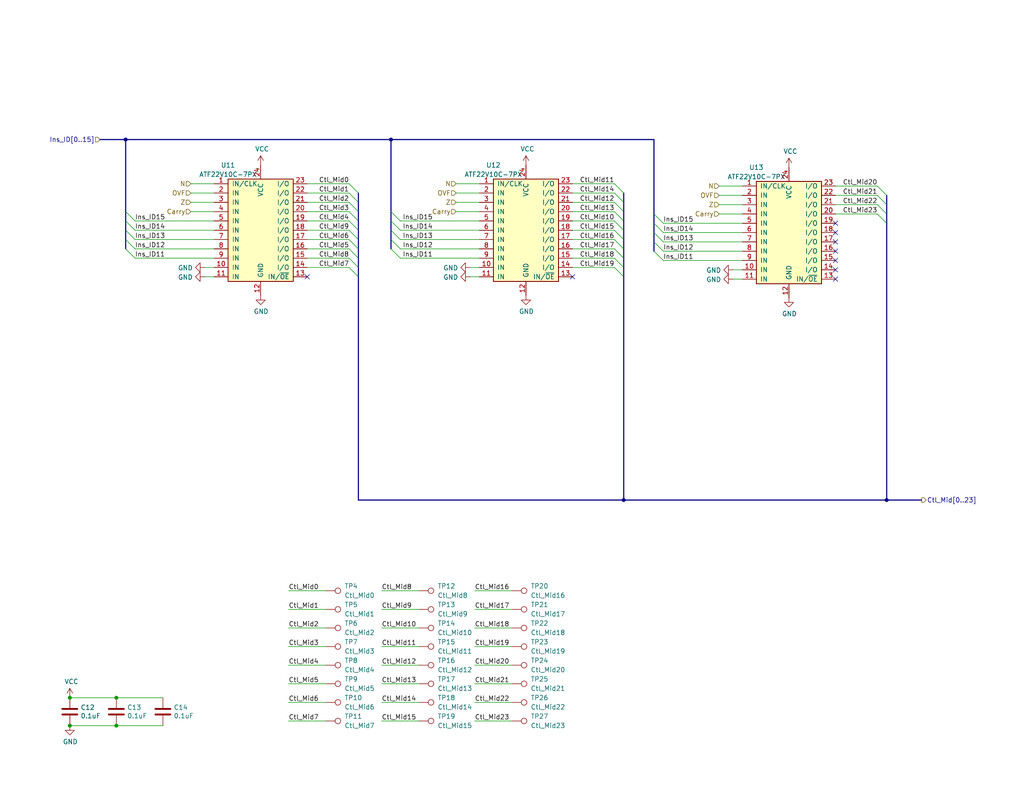
<source format=kicad_sch>
(kicad_sch (version 20230121) (generator eeschema)
  (paper "USLetter")
  (title_block (title "Instruction Decoder") (date "2023-11-20") (rev "A") (comment 4 "Decodes an instruction opcode into an array of control signals."))
  (lib_symbols
    (symbol "Connector:TestPoint" (pin_numbers hide) (pin_names (offset 0.762) hide)
      (property "Reference" "TP" (at 0 6.858 0))
      (property "Value" "TestPoint" (at 0 5.08 0))
      (symbol "TestPoint_0_1"
        (circle (center 0 3.302) (radius 0.762))
      )
      (symbol "TestPoint_1_1"
        (pin passive line (at 0 0 90) (length 2.54) (name "1") (number "1"))
      )
    )
    (symbol "ControlModule-rescue:ATF22V10C-Logic_Programmable" (pin_names (offset 1.016))
      (property "Reference" "U" (at -7.62 17.78 0))
      (property "Value" "ATF22V10C-Logic_Programmable" (at -7.62 15.24 0))
      (symbol "ATF22V10C-Logic_Programmable_1_1"
        (rectangle (start -8.89 -15.24) (end 8.89 12.7) (stroke (width 0.254)) (fill (type background)))
        (pin input line (at -12.7 11.43 0) (length 3.81) (name "IN/CLK") (number "1"))
        (pin input line (at -12.7 -11.43 0) (length 3.81) (name "IN") (number "10"))
        (pin input line (at -12.7 -13.97 0) (length 3.81) (name "IN") (number "11"))
        (pin power_in line (at 0 -19.05 90) (length 3.81) (name "GND") (number "12"))
        (pin input line (at 12.7 -13.97 180) (length 3.81) (name "IN/~{OE}") (number "13"))
        (pin passive line (at 12.7 -11.43 180) (length 3.81) (name "I/O") (number "14"))
        (pin passive line (at 12.7 -8.89 180) (length 3.81) (name "I/O") (number "15"))
        (pin passive line (at 12.7 -6.35 180) (length 3.81) (name "I/O") (number "16"))
        (pin passive line (at 12.7 -3.81 180) (length 3.81) (name "I/O") (number "17"))
        (pin passive line (at 12.7 -1.27 180) (length 3.81) (name "I/O") (number "18"))
        (pin passive line (at 12.7 1.27 180) (length 3.81) (name "I/O") (number "19"))
        (pin input line (at -12.7 8.89 0) (length 3.81) (name "IN") (number "2"))
        (pin passive line (at 12.7 3.81 180) (length 3.81) (name "I/O") (number "20"))
        (pin passive line (at 12.7 6.35 180) (length 3.81) (name "I/O") (number "21"))
        (pin passive line (at 12.7 8.89 180) (length 3.81) (name "I/O") (number "22"))
        (pin passive line (at 12.7 11.43 180) (length 3.81) (name "I/O") (number "23"))
        (pin power_in line (at 0 16.51 270) (length 3.81) (name "VCC") (number "24"))
        (pin input line (at -12.7 6.35 0) (length 3.81) (name "IN") (number "3"))
        (pin input line (at -12.7 3.81 0) (length 3.81) (name "IN") (number "4"))
        (pin input line (at -12.7 1.27 0) (length 3.81) (name "IN") (number "5"))
        (pin input line (at -12.7 -1.27 0) (length 3.81) (name "IN") (number "6"))
        (pin input line (at -12.7 -3.81 0) (length 3.81) (name "IN") (number "7"))
        (pin input line (at -12.7 -6.35 0) (length 3.81) (name "IN") (number "8"))
        (pin input line (at -12.7 -8.89 0) (length 3.81) (name "IN") (number "9"))
      )
    )
    (symbol "Device:C" (pin_numbers hide) (pin_names (offset 0.254))
      (property "Reference" "C" (at 0.635 2.54 0))
      (property "Value" "C" (at 0.635 -2.54 0))
      (symbol "C_0_1"
        (polyline (pts (xy -2.032 -0.762) (xy 2.032 -0.762)) (stroke (width 0.508)))
        (polyline (pts (xy -2.032 0.762) (xy 2.032 0.762)) (stroke (width 0.508)))
      )
      (symbol "C_1_1"
        (pin passive line (at 0 3.81 270) (length 2.794) (name "~") (number "1"))
        (pin passive line (at 0 -3.81 90) (length 2.794) (name "~") (number "2"))
      )
    )
    (symbol "power:GND" (power) (pin_names (offset 0))
      (property "Value" "GND" (at 0 -3.81 0))
      (symbol "GND_0_1"
        (polyline (pts (xy 0 0) (xy 0 -1.27) (xy 1.27 -1.27) (xy 0 -2.54) (xy -1.27 -1.27) (xy 0 -1.27)))
      )
      (symbol "GND_1_1"
        (pin power_in line (at 0 0 270) (length 0) hide (name "GND") (number "1"))
      )
    )
    (symbol "power:VCC" (power) (pin_names (offset 0))
      (property "Value" "VCC" (at 0 3.81 0))
      (symbol "VCC_0_1"
        (polyline (pts (xy -0.762 1.27) (xy 0 2.54)))
        (polyline (pts (xy 0 0) (xy 0 2.54)))
        (polyline (pts (xy 0 2.54) (xy 0.762 1.27)))
      )
      (symbol "VCC_1_1"
        (pin power_in line (at 0 0 90) (length 0) hide (name "VCC") (number "1"))
      )
    )
  )
  (junction (at 19.05 198.12))
  (junction (at 31.75 190.5))
  (junction (at 241.935 136.525))
  (junction (at 34.29 38.1))
  (junction (at 31.75 198.12))
  (junction (at 170.18 136.525))
  (junction (at 106.68 38.1))
  (junction (at 19.05 190.5))
  (no_connect (at 227.965 60.96))
  (no_connect (at 83.82 75.565))
  (no_connect (at 156.21 75.565))
  (no_connect (at 227.965 76.2))
  (no_connect (at 227.965 63.5))
  (no_connect (at 227.965 66.04))
  (no_connect (at 227.965 68.58))
  (no_connect (at 227.965 71.12))
  (no_connect (at 227.965 73.66))
  (bus_entry (at 180.975 60.96) (size -2.54 -2.54))
  (bus_entry (at 109.22 67.945) (size -2.54 -2.54))
  (bus_entry (at 97.79 67.945) (size -2.54 -2.54))
  (bus_entry (at 95.25 70.485) (size 2.54 2.54))
  (bus_entry (at 97.79 62.865) (size -2.54 -2.54))
  (bus_entry (at 109.22 70.485) (size -2.54 -2.54))
  (bus_entry (at 180.975 63.5) (size -2.54 -2.54))
  (bus_entry (at 95.25 67.945) (size 2.54 2.54))
  (bus_entry (at 180.975 66.04) (size -2.54 -2.54))
  (bus_entry (at 241.935 58.42) (size -2.54 -2.54))
  (bus_entry (at 97.79 65.405) (size -2.54 -2.54))
  (bus_entry (at 241.935 53.34) (size -2.54 -2.54))
  (bus_entry (at 241.935 60.96) (size -2.54 -2.54))
  (bus_entry (at 241.935 55.88) (size -2.54 -2.54))
  (bus_entry (at 97.79 60.325) (size -2.54 -2.54))
  (bus_entry (at 180.975 68.58) (size -2.54 -2.54))
  (bus_entry (at 95.25 73.025) (size 2.54 2.54))
  (bus_entry (at 36.83 65.405) (size -2.54 -2.54))
  (bus_entry (at 97.79 52.705) (size -2.54 -2.54))
  (bus_entry (at 36.83 62.865) (size -2.54 -2.54))
  (bus_entry (at 167.64 67.945) (size 2.54 2.54))
  (bus_entry (at 109.22 65.405) (size -2.54 -2.54))
  (bus_entry (at 36.83 60.325) (size -2.54 -2.54))
  (bus_entry (at 170.18 60.325) (size -2.54 -2.54))
  (bus_entry (at 167.64 70.485) (size 2.54 2.54))
  (bus_entry (at 180.975 71.12) (size -2.54 -2.54))
  (bus_entry (at 97.79 55.245) (size -2.54 -2.54))
  (bus_entry (at 109.22 62.865) (size -2.54 -2.54))
  (bus_entry (at 170.18 62.865) (size -2.54 -2.54))
  (bus_entry (at 170.18 67.945) (size -2.54 -2.54))
  (bus_entry (at 36.83 67.945) (size -2.54 -2.54))
  (bus_entry (at 170.18 57.785) (size -2.54 -2.54))
  (bus_entry (at 109.22 60.325) (size -2.54 -2.54))
  (bus_entry (at 167.64 73.025) (size 2.54 2.54))
  (bus_entry (at 170.18 65.405) (size -2.54 -2.54))
  (bus_entry (at 170.18 52.705) (size -2.54 -2.54))
  (bus_entry (at 36.83 70.485) (size -2.54 -2.54))
  (bus_entry (at 97.79 57.785) (size -2.54 -2.54))
  (bus_entry (at 170.18 55.245) (size -2.54 -2.54))
  (wire (pts (xy 83.82 57.785) (xy 95.25 57.785)))
  (wire (pts (xy 124.46 50.165) (xy 130.81 50.165)))
  (wire (pts (xy 78.74 176.53) (xy 88.9 176.53)))
  (bus (pts (xy 170.18 55.245) (xy 170.18 57.785)))
  (wire (pts (xy 104.14 161.29) (xy 114.3 161.29)))
  (wire (pts (xy 44.45 198.12) (xy 31.75 198.12)))
  (bus (pts (xy 34.29 38.1) (xy 34.29 57.785)))
  (wire (pts (xy 156.21 65.405) (xy 167.64 65.405)))
  (bus (pts (xy 106.68 60.325) (xy 106.68 62.865)))
  (wire (pts (xy 129.54 171.45) (xy 139.7 171.45)))
  (bus (pts (xy 241.935 53.34) (xy 241.935 55.88)))
  (wire (pts (xy 202.565 60.96) (xy 180.975 60.96)))
  (wire (pts (xy 156.21 62.865) (xy 167.64 62.865)))
  (wire (pts (xy 58.42 60.325) (xy 36.83 60.325)))
  (bus (pts (xy 106.68 38.1) (xy 106.68 57.785)))
  (bus (pts (xy 170.18 136.525) (xy 241.935 136.525)))
  (bus (pts (xy 97.79 60.325) (xy 97.79 62.865)))
  (bus (pts (xy 34.29 57.785) (xy 34.29 60.325)))
  (wire (pts (xy 31.75 190.5) (xy 44.45 190.5)))
  (bus (pts (xy 170.18 57.785) (xy 170.18 60.325)))
  (wire (pts (xy 36.83 67.945) (xy 58.42 67.945)))
  (bus (pts (xy 241.935 60.96) (xy 241.935 136.525)))
  (wire (pts (xy 156.21 55.245) (xy 167.64 55.245)))
  (wire (pts (xy 83.82 50.165) (xy 95.25 50.165)))
  (wire (pts (xy 109.22 67.945) (xy 130.81 67.945)))
  (wire (pts (xy 52.07 50.165) (xy 58.42 50.165)))
  (wire (pts (xy 124.46 55.245) (xy 130.81 55.245)))
  (wire (pts (xy 180.975 68.58) (xy 202.565 68.58)))
  (wire (pts (xy 78.74 171.45) (xy 88.9 171.45)))
  (wire (pts (xy 52.07 55.245) (xy 58.42 55.245)))
  (wire (pts (xy 78.74 196.85) (xy 88.9 196.85)))
  (bus (pts (xy 97.79 70.485) (xy 97.79 67.945)))
  (wire (pts (xy 196.215 55.88) (xy 202.565 55.88)))
  (bus (pts (xy 178.435 38.1) (xy 178.435 58.42)))
  (bus (pts (xy 178.435 60.96) (xy 178.435 63.5)))
  (bus (pts (xy 97.79 73.025) (xy 97.79 75.565)))
  (wire (pts (xy 129.54 161.29) (xy 139.7 161.29)))
  (wire (pts (xy 227.965 53.34) (xy 239.395 53.34)))
  (wire (pts (xy 83.82 73.025) (xy 95.25 73.025)))
  (wire (pts (xy 83.82 62.865) (xy 95.25 62.865)))
  (wire (pts (xy 196.215 50.8) (xy 202.565 50.8)))
  (wire (pts (xy 156.21 73.025) (xy 167.64 73.025)))
  (wire (pts (xy 104.14 181.61) (xy 114.3 181.61)))
  (wire (pts (xy 200.025 73.66) (xy 202.565 73.66)))
  (wire (pts (xy 180.975 71.12) (xy 202.565 71.12)))
  (bus (pts (xy 34.29 60.325) (xy 34.29 62.865)))
  (wire (pts (xy 78.74 191.77) (xy 88.9 191.77)))
  (wire (pts (xy 124.46 52.705) (xy 130.81 52.705)))
  (bus (pts (xy 170.18 70.485) (xy 170.18 73.025)))
  (bus (pts (xy 170.18 62.865) (xy 170.18 65.405)))
  (wire (pts (xy 104.14 191.77) (xy 114.3 191.77)))
  (wire (pts (xy 200.025 76.2) (xy 202.565 76.2)))
  (wire (pts (xy 129.54 181.61) (xy 139.7 181.61)))
  (wire (pts (xy 202.565 63.5) (xy 180.975 63.5)))
  (wire (pts (xy 83.82 65.405) (xy 95.25 65.405)))
  (wire (pts (xy 83.82 67.945) (xy 95.25 67.945)))
  (wire (pts (xy 180.975 66.04) (xy 202.565 66.04)))
  (wire (pts (xy 156.21 67.945) (xy 167.64 67.945)))
  (wire (pts (xy 124.46 57.785) (xy 130.81 57.785)))
  (wire (pts (xy 104.14 186.69) (xy 114.3 186.69)))
  (wire (pts (xy 109.22 70.485) (xy 130.81 70.485)))
  (bus (pts (xy 34.29 62.865) (xy 34.29 65.405)))
  (bus (pts (xy 170.18 70.485) (xy 170.18 67.945)))
  (wire (pts (xy 52.07 57.785) (xy 58.42 57.785)))
  (wire (pts (xy 196.215 53.34) (xy 202.565 53.34)))
  (bus (pts (xy 106.68 62.865) (xy 106.68 65.405)))
  (wire (pts (xy 156.21 52.705) (xy 167.64 52.705)))
  (wire (pts (xy 129.54 196.85) (xy 139.7 196.85)))
  (wire (pts (xy 31.75 198.12) (xy 19.05 198.12)))
  (bus (pts (xy 178.435 66.04) (xy 178.435 68.58)))
  (wire (pts (xy 227.965 58.42) (xy 239.395 58.42)))
  (bus (pts (xy 97.79 52.705) (xy 97.79 55.245)))
  (bus (pts (xy 106.68 65.405) (xy 106.68 67.945)))
  (bus (pts (xy 170.18 73.025) (xy 170.18 75.565)))
  (wire (pts (xy 78.74 161.29) (xy 88.9 161.29)))
  (wire (pts (xy 109.22 65.405) (xy 130.81 65.405)))
  (wire (pts (xy 36.83 70.485) (xy 58.42 70.485)))
  (wire (pts (xy 83.82 60.325) (xy 95.25 60.325)))
  (bus (pts (xy 27.305 38.1) (xy 34.29 38.1)))
  (bus (pts (xy 97.79 57.785) (xy 97.79 60.325)))
  (wire (pts (xy 104.14 176.53) (xy 114.3 176.53)))
  (wire (pts (xy 129.54 176.53) (xy 139.7 176.53)))
  (wire (pts (xy 129.54 191.77) (xy 139.7 191.77)))
  (bus (pts (xy 170.18 75.565) (xy 170.18 136.525)))
  (bus (pts (xy 97.79 75.565) (xy 97.79 136.525)))
  (bus (pts (xy 241.935 58.42) (xy 241.935 60.96)))
  (bus (pts (xy 34.29 65.405) (xy 34.29 67.945)))
  (wire (pts (xy 55.88 73.025) (xy 58.42 73.025)))
  (wire (pts (xy 196.215 58.42) (xy 202.565 58.42)))
  (bus (pts (xy 97.79 70.485) (xy 97.79 73.025)))
  (wire (pts (xy 78.74 186.69) (xy 88.9 186.69)))
  (wire (pts (xy 156.21 60.325) (xy 167.64 60.325)))
  (bus (pts (xy 241.935 55.88) (xy 241.935 58.42)))
  (wire (pts (xy 78.74 181.61) (xy 88.9 181.61)))
  (bus (pts (xy 170.18 52.705) (xy 170.18 55.245)))
  (wire (pts (xy 128.27 73.025) (xy 130.81 73.025)))
  (wire (pts (xy 83.82 52.705) (xy 95.25 52.705)))
  (bus (pts (xy 97.79 65.405) (xy 97.79 67.945)))
  (bus (pts (xy 106.68 57.785) (xy 106.68 60.325)))
  (wire (pts (xy 104.14 166.37) (xy 114.3 166.37)))
  (wire (pts (xy 19.05 190.5) (xy 31.75 190.5)))
  (wire (pts (xy 156.21 57.785) (xy 167.64 57.785)))
  (bus (pts (xy 178.435 63.5) (xy 178.435 66.04)))
  (bus (pts (xy 170.18 136.525) (xy 97.79 136.525)))
  (bus (pts (xy 34.29 38.1) (xy 106.68 38.1)))
  (wire (pts (xy 129.54 166.37) (xy 139.7 166.37)))
  (wire (pts (xy 36.83 65.405) (xy 58.42 65.405)))
  (bus (pts (xy 170.18 65.405) (xy 170.18 67.945)))
  (bus (pts (xy 106.68 38.1) (xy 178.435 38.1)))
  (bus (pts (xy 170.18 60.325) (xy 170.18 62.865)))
  (wire (pts (xy 55.88 75.565) (xy 58.42 75.565)))
  (wire (pts (xy 83.82 70.485) (xy 95.25 70.485)))
  (wire (pts (xy 104.14 171.45) (xy 114.3 171.45)))
  (bus (pts (xy 97.79 62.865) (xy 97.79 65.405)))
  (bus (pts (xy 97.79 55.245) (xy 97.79 57.785)))
  (wire (pts (xy 104.14 196.85) (xy 114.3 196.85)))
  (wire (pts (xy 78.74 166.37) (xy 88.9 166.37)))
  (wire (pts (xy 227.965 50.8) (xy 239.395 50.8)))
  (wire (pts (xy 128.27 75.565) (xy 130.81 75.565)))
  (wire (pts (xy 130.81 60.325) (xy 109.22 60.325)))
  (wire (pts (xy 156.21 70.485) (xy 167.64 70.485)))
  (wire (pts (xy 83.82 55.245) (xy 95.25 55.245)))
  (wire (pts (xy 129.54 186.69) (xy 139.7 186.69)))
  (bus (pts (xy 241.935 136.525) (xy 251.46 136.525)))
  (wire (pts (xy 58.42 62.865) (xy 36.83 62.865)))
  (wire (pts (xy 227.965 55.88) (xy 239.395 55.88)))
  (bus (pts (xy 178.435 58.42) (xy 178.435 60.96)))
  (wire (pts (xy 52.07 52.705) (xy 58.42 52.705)))
  (wire (pts (xy 156.21 50.165) (xy 167.64 50.165)))
  (wire (pts (xy 130.81 62.865) (xy 109.22 62.865)))
  (label "Ctl_Mid13" (at 104.14 186.69 0))
  (label "Ctl_Mid9" (at 104.14 166.37 0))
  (label "Ctl_Mid0" (at 95.25 50.165 180))
  (label "Ctl_Mid14" (at 167.64 52.705 180))
  (label "Ctl_Mid4" (at 95.25 60.325 180))
  (label "Ctl_Mid17" (at 129.54 166.37 0))
  (label "Ins_ID12" (at 180.975 68.58 0))
  (label "Ctl_Mid22" (at 129.54 191.77 0))
  (label "Ins_ID13" (at 36.83 65.405 0))
  (label "Ins_ID15" (at 36.83 60.325 0))
  (label "Ins_ID13" (at 109.855 65.405 0))
  (label "Ctl_Mid2" (at 78.74 171.45 0))
  (label "Ctl_Mid23" (at 129.54 196.85 0))
  (label "Ctl_Mid10" (at 167.64 60.325 180))
  (label "Ctl_Mid19" (at 129.54 176.53 0))
  (label "Ctl_Mid18" (at 167.64 70.485 180))
  (label "Ctl_Mid2" (at 95.25 55.245 180))
  (label "Ctl_Mid11" (at 104.14 176.53 0))
  (label "Ctl_Mid4" (at 78.74 181.61 0))
  (label "Ctl_Mid14" (at 104.14 191.77 0))
  (label "Ctl_Mid13" (at 167.64 57.785 180))
  (label "Ins_ID11" (at 180.975 71.12 0))
  (label "Ctl_Mid22" (at 239.395 55.88 180))
  (label "Ins_ID14" (at 36.83 62.865 0))
  (label "Ins_ID13" (at 180.975 66.04 0))
  (label "Ctl_Mid10" (at 104.14 171.45 0))
  (label "Ins_ID15" (at 109.855 60.325 0))
  (label "Ctl_Mid9" (at 95.25 62.865 180))
  (label "Ctl_Mid3" (at 95.25 57.785 180))
  (label "Ctl_Mid23" (at 239.395 58.42 180))
  (label "Ins_ID11" (at 36.83 70.485 0))
  (label "Ins_ID12" (at 109.855 67.945 0))
  (label "Ctl_Mid20" (at 129.54 181.61 0))
  (label "Ctl_Mid3" (at 78.74 176.53 0))
  (label "Ctl_Mid5" (at 95.25 67.945 180))
  (label "Ctl_Mid12" (at 167.64 55.245 180))
  (label "Ctl_Mid16" (at 129.54 161.29 0))
  (label "Ctl_Mid7" (at 78.74 196.85 0))
  (label "Ctl_Mid17" (at 167.64 67.945 180))
  (label "Ctl_Mid20" (at 239.395 50.8 180))
  (label "Ins_ID12" (at 36.83 67.945 0))
  (label "Ins_ID14" (at 180.975 63.5 0))
  (label "Ctl_Mid8" (at 104.14 161.29 0))
  (label "Ctl_Mid15" (at 104.14 196.85 0))
  (label "Ctl_Mid18" (at 129.54 171.45 0))
  (label "Ctl_Mid0" (at 78.74 161.29 0))
  (label "Ctl_Mid7" (at 95.25 73.025 180))
  (label "Ctl_Mid12" (at 104.14 181.61 0))
  (label "Ctl_Mid8" (at 95.25 70.485 180))
  (label "Ctl_Mid1" (at 95.25 52.705 180))
  (label "Ctl_Mid16" (at 167.64 65.405 180))
  (label "Ins_ID14" (at 109.855 62.865 0))
  (label "Ctl_Mid11" (at 167.64 50.165 180))
  (label "Ctl_Mid1" (at 78.74 166.37 0))
  (label "Ctl_Mid6" (at 78.74 191.77 0))
  (label "Ins_ID11" (at 109.855 70.485 0))
  (label "Ctl_Mid15" (at 167.64 62.865 180))
  (label "Ins_ID15" (at 180.975 60.96 0))
  (label "Ctl_Mid21" (at 129.54 186.69 0))
  (label "Ctl_Mid6" (at 95.25 65.405 180))
  (label "Ctl_Mid21" (at 239.395 53.34 180))
  (label "Ctl_Mid5" (at 78.74 186.69 0))
  (label "Ctl_Mid19" (at 167.64 73.025 180))
  (hierarchical_label "Z" (shape input) (at 124.46 55.245 180))
  (hierarchical_label "OVF" (shape input) (at 124.46 52.705 180))
  (hierarchical_label "N" (shape input) (at 196.215 50.8 180))
  (hierarchical_label "Ins_ID[0..15]" (shape input) (at 27.305 38.1 180))
  (hierarchical_label "Ctl_Mid[0..23]" (shape output) (at 251.46 136.525 0))
  (hierarchical_label "Carry" (shape input) (at 124.46 57.785 180))
  (hierarchical_label "N" (shape input) (at 52.07 50.165 180))
  (hierarchical_label "N" (shape input) (at 124.46 50.165 180))
  (hierarchical_label "Carry" (shape input) (at 196.215 58.42 180))
  (hierarchical_label "Carry" (shape input) (at 52.07 57.785 180))
  (hierarchical_label "OVF" (shape input) (at 52.07 52.705 180))
  (hierarchical_label "Z" (shape input) (at 52.07 55.245 180))
  (hierarchical_label "OVF" (shape input) (at 196.215 53.34 180))
  (hierarchical_label "Z" (shape input) (at 196.215 55.88 180))
  (symbol (lib_id "power:GND") (at 55.88 75.565 270) (unit 1)
    (property "Reference" "#PWR064" (effects hide))
    (property "Value" "GND" (at 52.6288 75.692 90) (effects (justify right)))
  )
  (symbol (lib_id "power:GND") (at 55.88 73.025 270) (unit 1)
    (property "Reference" "#PWR063" (effects hide))
    (property "Value" "GND" (at 52.6288 73.152 90) (effects (justify right)))
  )
  (symbol (lib_id "Device:C") (at 19.05 194.31 0) (unit 1)
    (property "Reference" "C12" (at 21.971 193.1416 0) (effects (justify left)))
    (property "Value" "0.1uF" (at 21.971 195.453 0) (effects (justify left)))
    (property "Footprint" "Capacitor_SMD:C_0603_1608Metric_Pad1.08x0.95mm_HandSolder" (effects hide))
    (property "Mouser" "https://www.mouser.com/ProductDetail/963-EMK107B7104KAHT" (effects hide))
  )
  (symbol (lib_id "Device:C") (at 31.75 194.31 0) (unit 1)
    (property "Reference" "C13" (at 34.671 193.1416 0) (effects (justify left)))
    (property "Value" "0.1uF" (at 34.671 195.453 0) (effects (justify left)))
    (property "Footprint" "Capacitor_SMD:C_0603_1608Metric_Pad1.08x0.95mm_HandSolder" (effects hide))
    (property "Mouser" "https://www.mouser.com/ProductDetail/963-EMK107B7104KAHT" (effects hide))
  )
  (symbol (lib_id "power:GND") (at 19.05 198.12 0) (unit 1)
    (property "Reference" "#PWR062" (effects hide))
    (property "Value" "GND" (at 19.177 202.5142 0))
  )
  (symbol (lib_id "power:VCC") (at 19.05 190.5 0) (unit 1)
    (property "Reference" "#PWR061" (effects hide))
    (property "Value" "VCC" (at 19.4818 186.1058 0))
  )
  (symbol (lib_id "power:VCC") (at 71.12 45.085 0) (unit 1)
    (property "Reference" "#PWR065" (effects hide))
    (property "Value" "VCC" (at 71.501 40.6908 0))
  )
  (symbol (lib_id "power:GND") (at 71.12 80.645 0) (unit 1)
    (property "Reference" "#PWR066" (effects hide))
    (property "Value" "GND" (at 71.247 85.0392 0))
  )
  (symbol (lib_id "Device:C") (at 44.45 194.31 0) (unit 1)
    (property "Reference" "C14" (at 47.371 193.1416 0) (effects (justify left)))
    (property "Value" "0.1uF" (at 47.371 195.453 0) (effects (justify left)))
    (property "Footprint" "Capacitor_SMD:C_0603_1608Metric_Pad1.08x0.95mm_HandSolder" (effects hide))
    (property "Mouser" "https://www.mouser.com/ProductDetail/963-EMK107B7104KAHT" (effects hide))
  )
  (symbol (lib_id "power:VCC") (at 143.51 45.085 0) (unit 1)
    (property "Reference" "#PWR069" (effects hide))
    (property "Value" "VCC" (at 143.891 40.6908 0))
  )
  (symbol (lib_id "power:GND") (at 143.51 80.645 0) (unit 1)
    (property "Reference" "#PWR070" (effects hide))
    (property "Value" "GND" (at 143.637 85.0392 0))
  )
  (symbol (lib_id "power:VCC") (at 215.265 45.72 0) (unit 1)
    (property "Reference" "#PWR073" (effects hide))
    (property "Value" "VCC" (at 215.646 41.3258 0))
  )
  (symbol (lib_id "power:GND") (at 215.265 81.28 0) (unit 1)
    (property "Reference" "#PWR074" (effects hide))
    (property "Value" "GND" (at 215.392 85.6742 0))
  )
  (symbol (lib_id "Connector:TestPoint") (at 88.9 171.45 270) (unit 1)
    (property "Reference" "TP6" (at 93.98 170.1799 90) (effects (justify left)))
    (property "Value" "Ctl_Mid2" (at 93.98 172.7199 90) (effects (justify left)))
    (property "Footprint" "TestPoint:TestPoint_Pad_D1.0mm" (effects hide))
  )
  (symbol (lib_id "ControlModule-rescue:ATF22V10C-Logic_Programmable") (at 215.265 62.23 0) (unit 1)
    (property "Reference" "U13" (at 206.375 45.72 0))
    (property "Value" "ATF22V10C-7PX" (at 206.375 48.26 0))
    (property "Footprint" "Package_DIP:DIP-24_W7.62mm_Socket" (effects hide))
    (property "Datasheet" "https://www.mouser.com/datasheet/2/268/doc0735-1369018.pdf" (effects hide))
    (property "Mouser" "https://www.mouser.com/ProductDetail/Microchip-Technology-Atmel/ATF22V10C-7PX?qs=%2Fha2pyFadugqFuTUlWvkuaZr7DXQ8Rnu3dOZcKuoHGuPC51te6MYUw%3D%3D" (effects hide))
  )
  (symbol (lib_id "Connector:TestPoint") (at 139.7 181.61 270) (unit 1)
    (property "Reference" "TP24" (at 144.78 180.3399 90) (effects (justify left)))
    (property "Value" "Ctl_Mid20" (at 144.78 182.8799 90) (effects (justify left)))
    (property "Footprint" "TestPoint:TestPoint_Pad_D1.0mm" (effects hide))
  )
  (symbol (lib_id "Connector:TestPoint") (at 88.9 161.29 270) (unit 1)
    (property "Reference" "TP4" (at 93.98 160.0199 90) (effects (justify left)))
    (property "Value" "Ctl_Mid0" (at 93.98 162.5599 90) (effects (justify left)))
    (property "Footprint" "TestPoint:TestPoint_Pad_D1.0mm" (effects hide))
  )
  (symbol (lib_id "power:GND") (at 200.025 73.66 270) (unit 1)
    (property "Reference" "#PWR071" (effects hide))
    (property "Value" "GND" (at 196.7738 73.787 90) (effects (justify right)))
  )
  (symbol (lib_id "Connector:TestPoint") (at 88.9 181.61 270) (unit 1)
    (property "Reference" "TP8" (at 93.98 180.3399 90) (effects (justify left)))
    (property "Value" "Ctl_Mid4" (at 93.98 182.8799 90) (effects (justify left)))
    (property "Footprint" "TestPoint:TestPoint_Pad_D1.0mm" (effects hide))
  )
  (symbol (lib_id "Connector:TestPoint") (at 139.7 186.69 270) (unit 1)
    (property "Reference" "TP25" (at 144.78 185.4199 90) (effects (justify left)))
    (property "Value" "Ctl_Mid21" (at 144.78 187.9599 90) (effects (justify left)))
    (property "Footprint" "TestPoint:TestPoint_Pad_D1.0mm" (effects hide))
  )
  (symbol (lib_id "Connector:TestPoint") (at 139.7 161.29 270) (unit 1)
    (property "Reference" "TP20" (at 144.78 160.0199 90) (effects (justify left)))
    (property "Value" "Ctl_Mid16" (at 144.78 162.5599 90) (effects (justify left)))
    (property "Footprint" "TestPoint:TestPoint_Pad_D1.0mm" (effects hide))
  )
  (symbol (lib_id "Connector:TestPoint") (at 114.3 161.29 270) (unit 1)
    (property "Reference" "TP12" (at 119.38 160.0199 90) (effects (justify left)))
    (property "Value" "Ctl_Mid8" (at 119.38 162.5599 90) (effects (justify left)))
    (property "Footprint" "TestPoint:TestPoint_Pad_D1.0mm" (effects hide))
  )
  (symbol (lib_id "ControlModule-rescue:ATF22V10C-Logic_Programmable") (at 71.12 61.595 0) (unit 1)
    (property "Reference" "U11" (at 62.23 45.085 0))
    (property "Value" "ATF22V10C-7PX" (at 62.23 47.625 0))
    (property "Footprint" "Package_DIP:DIP-24_W7.62mm_Socket" (effects hide))
    (property "Datasheet" "https://www.mouser.com/datasheet/2/268/doc0735-1369018.pdf" (effects hide))
    (property "Mouser" "https://www.mouser.com/ProductDetail/Microchip-Technology-Atmel/ATF22V10C-7PX?qs=%2Fha2pyFadugqFuTUlWvkuaZr7DXQ8Rnu3dOZcKuoHGuPC51te6MYUw%3D%3D" (effects hide))
  )
  (symbol (lib_id "Connector:TestPoint") (at 139.7 191.77 270) (unit 1)
    (property "Reference" "TP26" (at 144.78 190.4999 90) (effects (justify left)))
    (property "Value" "Ctl_Mid22" (at 144.78 193.0399 90) (effects (justify left)))
    (property "Footprint" "TestPoint:TestPoint_Pad_D1.0mm" (effects hide))
  )
  (symbol (lib_id "Connector:TestPoint") (at 114.3 171.45 270) (unit 1)
    (property "Reference" "TP14" (at 119.38 170.1799 90) (effects (justify left)))
    (property "Value" "Ctl_Mid10" (at 119.38 172.7199 90) (effects (justify left)))
    (property "Footprint" "TestPoint:TestPoint_Pad_D1.0mm" (effects hide))
  )
  (symbol (lib_id "power:GND") (at 200.025 76.2 270) (unit 1)
    (property "Reference" "#PWR072" (effects hide))
    (property "Value" "GND" (at 196.7738 76.327 90) (effects (justify right)))
  )
  (symbol (lib_id "Connector:TestPoint") (at 114.3 166.37 270) (unit 1)
    (property "Reference" "TP13" (at 119.38 165.0999 90) (effects (justify left)))
    (property "Value" "Ctl_Mid9" (at 119.38 167.6399 90) (effects (justify left)))
    (property "Footprint" "TestPoint:TestPoint_Pad_D1.0mm" (effects hide))
  )
  (symbol (lib_id "Connector:TestPoint") (at 88.9 191.77 270) (unit 1)
    (property "Reference" "TP10" (at 93.98 190.4999 90) (effects (justify left)))
    (property "Value" "Ctl_Mid6" (at 93.98 193.0399 90) (effects (justify left)))
    (property "Footprint" "TestPoint:TestPoint_Pad_D1.0mm" (effects hide))
  )
  (symbol (lib_id "power:GND") (at 128.27 73.025 270) (unit 1)
    (property "Reference" "#PWR067" (effects hide))
    (property "Value" "GND" (at 125.0188 73.152 90) (effects (justify right)))
  )
  (symbol (lib_id "Connector:TestPoint") (at 139.7 166.37 270) (unit 1)
    (property "Reference" "TP21" (at 144.78 165.0999 90) (effects (justify left)))
    (property "Value" "Ctl_Mid17" (at 144.78 167.6399 90) (effects (justify left)))
    (property "Footprint" "TestPoint:TestPoint_Pad_D1.0mm" (effects hide))
  )
  (symbol (lib_id "Connector:TestPoint") (at 88.9 176.53 270) (unit 1)
    (property "Reference" "TP7" (at 93.98 175.2599 90) (effects (justify left)))
    (property "Value" "Ctl_Mid3" (at 93.98 177.7999 90) (effects (justify left)))
    (property "Footprint" "TestPoint:TestPoint_Pad_D1.0mm" (effects hide))
  )
  (symbol (lib_id "Connector:TestPoint") (at 139.7 196.85 270) (unit 1)
    (property "Reference" "TP27" (at 144.78 195.5799 90) (effects (justify left)))
    (property "Value" "Ctl_Mid23" (at 144.78 198.1199 90) (effects (justify left)))
    (property "Footprint" "TestPoint:TestPoint_Pad_D1.0mm" (effects hide))
  )
  (symbol (lib_id "Connector:TestPoint") (at 114.3 181.61 270) (unit 1)
    (property "Reference" "TP16" (at 119.38 180.3399 90) (effects (justify left)))
    (property "Value" "Ctl_Mid12" (at 119.38 182.8799 90) (effects (justify left)))
    (property "Footprint" "TestPoint:TestPoint_Pad_D1.0mm" (effects hide))
  )
  (symbol (lib_id "Connector:TestPoint") (at 114.3 196.85 270) (unit 1)
    (property "Reference" "TP19" (at 119.38 195.5799 90) (effects (justify left)))
    (property "Value" "Ctl_Mid15" (at 119.38 198.1199 90) (effects (justify left)))
    (property "Footprint" "TestPoint:TestPoint_Pad_D1.0mm" (effects hide))
  )
  (symbol (lib_id "Connector:TestPoint") (at 88.9 186.69 270) (unit 1)
    (property "Reference" "TP9" (at 93.98 185.4199 90) (effects (justify left)))
    (property "Value" "Ctl_Mid5" (at 93.98 187.9599 90) (effects (justify left)))
    (property "Footprint" "TestPoint:TestPoint_Pad_D1.0mm" (effects hide))
  )
  (symbol (lib_id "Connector:TestPoint") (at 88.9 166.37 270) (unit 1)
    (property "Reference" "TP5" (at 93.98 165.0999 90) (effects (justify left)))
    (property "Value" "Ctl_Mid1" (at 93.98 167.6399 90) (effects (justify left)))
    (property "Footprint" "TestPoint:TestPoint_Pad_D1.0mm" (effects hide))
  )
  (symbol (lib_id "Connector:TestPoint") (at 114.3 176.53 270) (unit 1)
    (property "Reference" "TP15" (at 119.38 175.2599 90) (effects (justify left)))
    (property "Value" "Ctl_Mid11" (at 119.38 177.7999 90) (effects (justify left)))
    (property "Footprint" "TestPoint:TestPoint_Pad_D1.0mm" (effects hide))
  )
  (symbol (lib_id "Connector:TestPoint") (at 139.7 171.45 270) (unit 1)
    (property "Reference" "TP22" (at 144.78 170.1799 90) (effects (justify left)))
    (property "Value" "Ctl_Mid18" (at 144.78 172.7199 90) (effects (justify left)))
    (property "Footprint" "TestPoint:TestPoint_Pad_D1.0mm" (effects hide))
  )
  (symbol (lib_id "power:GND") (at 128.27 75.565 270) (unit 1)
    (property "Reference" "#PWR068" (effects hide))
    (property "Value" "GND" (at 125.0188 75.692 90) (effects (justify right)))
  )
  (symbol (lib_id "Connector:TestPoint") (at 88.9 196.85 270) (unit 1)
    (property "Reference" "TP11" (at 93.98 195.5799 90) (effects (justify left)))
    (property "Value" "Ctl_Mid7" (at 93.98 198.1199 90) (effects (justify left)))
    (property "Footprint" "TestPoint:TestPoint_Pad_D1.0mm" (effects hide))
  )
  (symbol (lib_id "Connector:TestPoint") (at 139.7 176.53 270) (unit 1)
    (property "Reference" "TP23" (at 144.78 175.2599 90) (effects (justify left)))
    (property "Value" "Ctl_Mid19" (at 144.78 177.7999 90) (effects (justify left)))
    (property "Footprint" "TestPoint:TestPoint_Pad_D1.0mm" (effects hide))
  )
  (symbol (lib_id "Connector:TestPoint") (at 114.3 191.77 270) (unit 1)
    (property "Reference" "TP18" (at 119.38 190.4999 90) (effects (justify left)))
    (property "Value" "Ctl_Mid14" (at 119.38 193.0399 90) (effects (justify left)))
    (property "Footprint" "TestPoint:TestPoint_Pad_D1.0mm" (effects hide))
  )
  (symbol (lib_id "ControlModule-rescue:ATF22V10C-Logic_Programmable") (at 143.51 61.595 0) (unit 1)
    (property "Reference" "U12" (at 134.62 45.085 0))
    (property "Value" "ATF22V10C-7PX" (at 134.62 47.625 0))
    (property "Footprint" "Package_DIP:DIP-24_W7.62mm_Socket" (effects hide))
    (property "Datasheet" "https://www.mouser.com/datasheet/2/268/doc0735-1369018.pdf" (effects hide))
    (property "Mouser" "https://www.mouser.com/ProductDetail/Microchip-Technology-Atmel/ATF22V10C-7PX?qs=%2Fha2pyFadugqFuTUlWvkuaZr7DXQ8Rnu3dOZcKuoHGuPC51te6MYUw%3D%3D" (effects hide))
  )
  (symbol (lib_id "Connector:TestPoint") (at 114.3 186.69 270) (unit 1)
    (property "Reference" "TP17" (at 119.38 185.4199 90) (effects (justify left)))
    (property "Value" "Ctl_Mid13" (at 119.38 187.9599 90) (effects (justify left)))
    (property "Footprint" "TestPoint:TestPoint_Pad_D1.0mm" (effects hide))
  )
)
</source>
